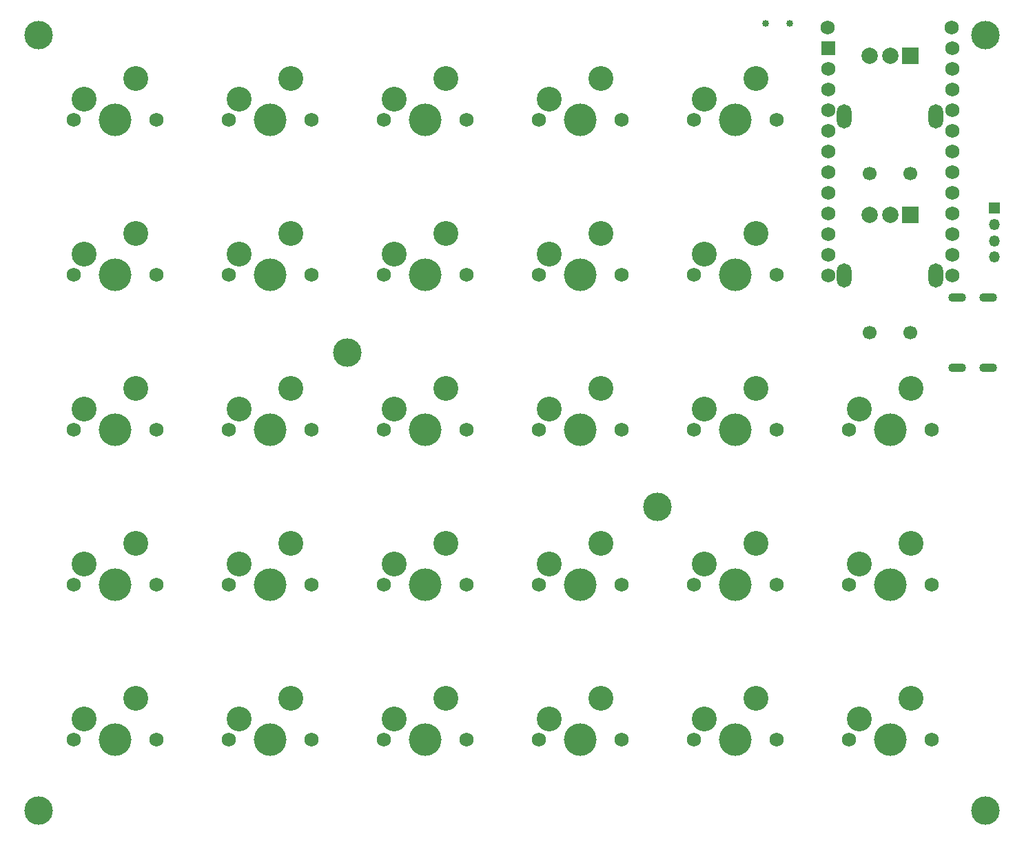
<source format=gts>
%TF.GenerationSoftware,KiCad,Pcbnew,(6.0.4-0)*%
%TF.CreationDate,2022-10-04T18:38:15+03:00*%
%TF.ProjectId,Splitimsi,53706c69-7469-46d7-9369-2e6b69636164,rev?*%
%TF.SameCoordinates,Original*%
%TF.FileFunction,Soldermask,Top*%
%TF.FilePolarity,Negative*%
%FSLAX46Y46*%
G04 Gerber Fmt 4.6, Leading zero omitted, Abs format (unit mm)*
G04 Created by KiCad (PCBNEW (6.0.4-0)) date 2022-10-04 18:38:15*
%MOMM*%
%LPD*%
G01*
G04 APERTURE LIST*
%ADD10C,3.050000*%
%ADD11C,4.000000*%
%ADD12C,1.750000*%
%ADD13C,1.752600*%
%ADD14C,3.500000*%
%ADD15R,1.350000X1.350000*%
%ADD16O,1.350000X1.350000*%
%ADD17O,1.800000X3.000000*%
%ADD18R,2.000000X2.000000*%
%ADD19C,2.000000*%
%ADD20C,1.700000*%
%ADD21R,1.752600X1.752600*%
%ADD22C,0.850000*%
%ADD23O,2.200000X1.100000*%
G04 APERTURE END LIST*
D10*
%TO.C,SW21*%
X65405000Y-83185000D03*
D11*
X69215000Y-85725000D03*
D10*
X71755000Y-80645000D03*
D12*
X74295000Y-85725000D03*
X64135000Y-85725000D03*
%TD*%
%TO.C,SW16*%
X83185000Y-66675000D03*
X93345000Y-66675000D03*
D10*
X84455000Y-64135000D03*
X90805000Y-61595000D03*
D11*
X88265000Y-66675000D03*
%TD*%
D13*
%TO.C,Pin1*%
X118703715Y-17238202D03*
%TD*%
%TO.C,Pin2*%
X133979677Y-17196748D03*
%TD*%
D10*
%TO.C,SW13*%
X33655000Y-61595000D03*
D12*
X36195000Y-66675000D03*
D11*
X31115000Y-66675000D03*
D10*
X27305000Y-64135000D03*
D12*
X26035000Y-66675000D03*
%TD*%
%TO.C,SW9*%
X74295000Y-47625000D03*
D10*
X65405000Y-45085000D03*
X71755000Y-42545000D03*
D11*
X69215000Y-47625000D03*
D12*
X64135000Y-47625000D03*
%TD*%
D10*
%TO.C,SW26*%
X46355000Y-102235000D03*
D11*
X50165000Y-104775000D03*
D12*
X55245000Y-104775000D03*
X45085000Y-104775000D03*
D10*
X52705000Y-99695000D03*
%TD*%
%TO.C,SW1*%
X27305000Y-26035000D03*
D11*
X31115000Y-28575000D03*
D12*
X36195000Y-28575000D03*
X26035000Y-28575000D03*
D10*
X33655000Y-23495000D03*
%TD*%
D12*
%TO.C,SW5*%
X112395000Y-28575000D03*
X102235000Y-28575000D03*
D11*
X107315000Y-28575000D03*
D10*
X103505000Y-26035000D03*
X109855000Y-23495000D03*
%TD*%
D14*
%TO.C,H5*%
X138100000Y-113510000D03*
%TD*%
D11*
%TO.C,SW7*%
X31146832Y-47625000D03*
D10*
X33686832Y-42545000D03*
D12*
X26066832Y-47625000D03*
X36226832Y-47625000D03*
D10*
X27336832Y-45085000D03*
%TD*%
D12*
%TO.C,SW17*%
X112395000Y-66675000D03*
D10*
X109855000Y-61595000D03*
D12*
X102235000Y-66675000D03*
D11*
X107315000Y-66675000D03*
D10*
X103505000Y-64135000D03*
%TD*%
%TO.C,SW22*%
X84455000Y-83185000D03*
D12*
X93345000Y-85725000D03*
D10*
X90805000Y-80645000D03*
D11*
X88265000Y-85725000D03*
D12*
X83185000Y-85725000D03*
%TD*%
D11*
%TO.C,SW19*%
X31115000Y-85725000D03*
D10*
X33655000Y-80645000D03*
X27305000Y-83185000D03*
D12*
X26035000Y-85725000D03*
X36195000Y-85725000D03*
%TD*%
D15*
%TO.C,Dogo1*%
X139150000Y-39460000D03*
D16*
X139150000Y-41460000D03*
X139150000Y-43460000D03*
X139150000Y-45460000D03*
%TD*%
D12*
%TO.C,SW15*%
X74295000Y-66675000D03*
D10*
X71755000Y-61595000D03*
D12*
X64135000Y-66675000D03*
D11*
X69215000Y-66675000D03*
D10*
X65405000Y-64135000D03*
%TD*%
D17*
%TO.C,SW6*%
X131960574Y-28170687D03*
X120765000Y-28175857D03*
D18*
X128865000Y-20675857D03*
D19*
X123865000Y-20675857D03*
X126365000Y-20675857D03*
D20*
X123865000Y-35175857D03*
X128865000Y-35175857D03*
%TD*%
D10*
%TO.C,SW2*%
X52705000Y-23495000D03*
D12*
X45085000Y-28575000D03*
D10*
X46355000Y-26035000D03*
D12*
X55245000Y-28575000D03*
D11*
X50165000Y-28575000D03*
%TD*%
D12*
%TO.C,SW4*%
X83185000Y-28575000D03*
D10*
X90805000Y-23495000D03*
X84455000Y-26035000D03*
D11*
X88265000Y-28575000D03*
D12*
X93345000Y-28575000D03*
%TD*%
D14*
%TO.C,H3*%
X138100000Y-18170000D03*
%TD*%
D12*
%TO.C,SW30*%
X131445000Y-104775000D03*
D10*
X122555000Y-102235000D03*
D11*
X126365000Y-104775000D03*
D12*
X121285000Y-104775000D03*
D10*
X128905000Y-99695000D03*
%TD*%
D14*
%TO.C,H6*%
X97800000Y-76160000D03*
%TD*%
%TO.C,H1*%
X21760000Y-18170000D03*
%TD*%
D17*
%TO.C,SW12*%
X131960574Y-47720687D03*
X120765000Y-47725857D03*
D18*
X128865000Y-40225857D03*
D19*
X123865000Y-40225857D03*
X126365000Y-40225857D03*
D20*
X123865000Y-54725857D03*
X128865000Y-54725857D03*
%TD*%
D10*
%TO.C,SW14*%
X52705000Y-61595000D03*
D11*
X50165000Y-66675000D03*
D10*
X46355000Y-64135000D03*
D12*
X55245000Y-66675000D03*
X45085000Y-66675000D03*
%TD*%
D14*
%TO.C,H4*%
X59700000Y-57160000D03*
%TD*%
D10*
%TO.C,SW8*%
X52705000Y-42545000D03*
D12*
X55245000Y-47625000D03*
D11*
X50165000Y-47625000D03*
D10*
X46355000Y-45085000D03*
D12*
X45085000Y-47625000D03*
%TD*%
%TO.C,SW24*%
X131445000Y-85725000D03*
D11*
X126365000Y-85725000D03*
D10*
X122555000Y-83185000D03*
X128905000Y-80645000D03*
D12*
X121285000Y-85725000D03*
%TD*%
D10*
%TO.C,SW3*%
X65405000Y-26035000D03*
D12*
X64135000Y-28575000D03*
X74295000Y-28575000D03*
D11*
X69215000Y-28575000D03*
D10*
X71755000Y-23495000D03*
%TD*%
D21*
%TO.C,U1*%
X118744835Y-19757731D03*
D13*
X118744835Y-22297731D03*
X118744835Y-24837731D03*
X118744835Y-27377731D03*
X118744835Y-29917731D03*
X118744835Y-32457731D03*
X118744835Y-34997731D03*
X118744835Y-37537731D03*
X118744835Y-40077731D03*
X118744835Y-42617731D03*
X118744835Y-45157731D03*
X118744835Y-47697731D03*
X133984835Y-47697731D03*
X133984835Y-45157731D03*
X133984835Y-42617731D03*
X133984835Y-40077731D03*
X133984835Y-37537731D03*
X133984835Y-34997731D03*
X133984835Y-32457731D03*
X133984835Y-29917731D03*
X133984835Y-27377731D03*
X133984835Y-24837731D03*
X133984835Y-22297731D03*
X133984835Y-19757731D03*
%TD*%
D11*
%TO.C,SW27*%
X69215000Y-104775000D03*
D10*
X71755000Y-99695000D03*
D12*
X64135000Y-104775000D03*
X74295000Y-104775000D03*
D10*
X65405000Y-102235000D03*
%TD*%
D11*
%TO.C,SW18*%
X126365000Y-66675000D03*
D10*
X122555000Y-64135000D03*
X128905000Y-61595000D03*
D12*
X121285000Y-66675000D03*
X131445000Y-66675000D03*
%TD*%
D10*
%TO.C,SW28*%
X84455000Y-102235000D03*
X90805000Y-99695000D03*
D12*
X83185000Y-104775000D03*
X93345000Y-104775000D03*
D11*
X88265000Y-104775000D03*
%TD*%
D12*
%TO.C,SW11*%
X102235000Y-47625000D03*
D11*
X107315000Y-47625000D03*
D10*
X103505000Y-45085000D03*
X109855000Y-42545000D03*
D12*
X112395000Y-47625000D03*
%TD*%
D10*
%TO.C,SW23*%
X109855000Y-80645000D03*
D12*
X112395000Y-85725000D03*
D11*
X107315000Y-85725000D03*
D10*
X103505000Y-83185000D03*
D12*
X102235000Y-85725000D03*
%TD*%
D11*
%TO.C,SW10*%
X88265000Y-47625000D03*
D10*
X90805000Y-42545000D03*
X84455000Y-45085000D03*
D12*
X93345000Y-47625000D03*
X83185000Y-47625000D03*
%TD*%
D10*
%TO.C,SW29*%
X109855000Y-99695000D03*
D12*
X102235000Y-104775000D03*
D11*
X107315000Y-104775000D03*
D10*
X103505000Y-102235000D03*
D12*
X112395000Y-104775000D03*
%TD*%
D14*
%TO.C,H2*%
X21760000Y-113510000D03*
%TD*%
D10*
%TO.C,SW20*%
X52705000Y-80645000D03*
X46355000Y-83185000D03*
D12*
X45085000Y-85725000D03*
X55245000Y-85725000D03*
D11*
X50165000Y-85725000D03*
%TD*%
%TO.C,SW25*%
X31115000Y-104775000D03*
D12*
X26035000Y-104775000D03*
D10*
X33655000Y-99695000D03*
D12*
X36195000Y-104775000D03*
D10*
X27305000Y-102235000D03*
%TD*%
D22*
%TO.C,BatSW1*%
X111060000Y-16710000D03*
X114060000Y-16710000D03*
%TD*%
D23*
%TO.C,J1*%
X138390000Y-50400000D03*
X138390000Y-59040000D03*
X134590000Y-50400000D03*
X134590000Y-59040000D03*
%TD*%
M02*

</source>
